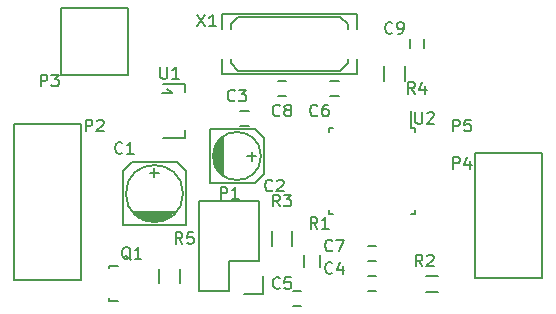
<source format=gto>
G04 #@! TF.FileFunction,Legend,Top*
%FSLAX46Y46*%
G04 Gerber Fmt 4.6, Leading zero omitted, Abs format (unit mm)*
G04 Created by KiCad (PCBNEW 0.201505222246+5678~23~ubuntu14.04.1-product) date dom 24 may 2015 19:31:24 CEST*
%MOMM*%
G01*
G04 APERTURE LIST*
%ADD10C,0.101600*%
%ADD11C,0.150000*%
%ADD12C,0.152400*%
G04 APERTURE END LIST*
D10*
D11*
X138430000Y-107696000D02*
X139827000Y-107696000D01*
X138176000Y-107569000D02*
X139954000Y-107569000D01*
X137795000Y-107442000D02*
X140335000Y-107442000D01*
X140462000Y-107315000D02*
X137668000Y-107315000D01*
X137541000Y-107188000D02*
X140589000Y-107188000D01*
X140716000Y-107061000D02*
X137414000Y-107061000D01*
X137287000Y-106934000D02*
X140843000Y-106934000D01*
X141478000Y-105410000D02*
G75*
G03X141478000Y-105410000I-2413000J0D01*
G01*
X136398000Y-108077000D02*
X136398000Y-103505000D01*
X136398000Y-103505000D02*
X137160000Y-102743000D01*
X137160000Y-102743000D02*
X140970000Y-102743000D01*
X140970000Y-102743000D02*
X141732000Y-103505000D01*
X141732000Y-103505000D02*
X141732000Y-108077000D01*
X141732000Y-108077000D02*
X136398000Y-108077000D01*
X139065000Y-103251000D02*
X139065000Y-104013000D01*
X138684000Y-103632000D02*
X139446000Y-103632000D01*
X147701000Y-102235000D02*
X146939000Y-102235000D01*
X147320000Y-101854000D02*
X147320000Y-102616000D01*
X147574000Y-104521000D02*
X143764000Y-104521000D01*
X148336000Y-100711000D02*
X148336000Y-103759000D01*
X147574000Y-104521000D02*
X148336000Y-103759000D01*
X147574000Y-99949000D02*
X143764000Y-99949000D01*
X147574000Y-99949000D02*
X148336000Y-100711000D01*
X144018000Y-102362000D02*
X144018000Y-102108000D01*
X144145000Y-101600000D02*
X144145000Y-102870000D01*
X144272000Y-103124000D02*
X144272000Y-101346000D01*
X144399000Y-103378000D02*
X144399000Y-101092000D01*
X144526000Y-100965000D02*
X144526000Y-103505000D01*
X144653000Y-103632000D02*
X144653000Y-100838000D01*
X144780000Y-100711000D02*
X144780000Y-103759000D01*
X144907000Y-100584000D02*
X144907000Y-103886000D01*
X148082000Y-102235000D02*
G75*
G03X148082000Y-102235000I-2032000J0D01*
G01*
X143764000Y-99949000D02*
X143764000Y-104521000D01*
X147035000Y-99660000D02*
X146335000Y-99660000D01*
X146335000Y-98460000D02*
X147035000Y-98460000D01*
X157130000Y-112430000D02*
X157830000Y-112430000D01*
X157830000Y-113630000D02*
X157130000Y-113630000D01*
X150780000Y-113700000D02*
X151480000Y-113700000D01*
X151480000Y-114900000D02*
X150780000Y-114900000D01*
X154655000Y-97120000D02*
X153955000Y-97120000D01*
X153955000Y-95920000D02*
X154655000Y-95920000D01*
X157130000Y-109890000D02*
X157830000Y-109890000D01*
X157830000Y-111090000D02*
X157130000Y-111090000D01*
X149510000Y-95920000D02*
X150210000Y-95920000D01*
X150210000Y-97120000D02*
X149510000Y-97120000D01*
X160690000Y-93060000D02*
X160690000Y-92360000D01*
X161890000Y-92360000D02*
X161890000Y-93060000D01*
X147955000Y-111125000D02*
X147955000Y-106045000D01*
X148235000Y-113945000D02*
X146685000Y-113945000D01*
X145415000Y-113665000D02*
X145415000Y-111125000D01*
X145415000Y-111125000D02*
X147955000Y-111125000D01*
X147955000Y-106045000D02*
X142875000Y-106045000D01*
X142875000Y-106045000D02*
X142875000Y-111125000D01*
X148235000Y-113945000D02*
X148235000Y-112395000D01*
X142875000Y-113665000D02*
X145415000Y-113665000D01*
X142875000Y-111125000D02*
X142875000Y-113665000D01*
D12*
X132840000Y-112690000D02*
X127190000Y-112690000D01*
X132840000Y-99540000D02*
X132840000Y-112690000D01*
X127190000Y-112690000D02*
X127190000Y-99540000D01*
X132840000Y-99540000D02*
X127190000Y-99540000D01*
X131150000Y-95375000D02*
X131150000Y-89725000D01*
X136800000Y-95375000D02*
X131150000Y-95375000D01*
X131150000Y-89725000D02*
X136800000Y-89725000D01*
X136800000Y-95375000D02*
X136800000Y-89725000D01*
X166245000Y-101940000D02*
X171895000Y-101940000D01*
X166245000Y-101940000D02*
X166245000Y-112590000D01*
X171895000Y-101940000D02*
X171895000Y-112590000D01*
X171895000Y-112590000D02*
X166245000Y-112590000D01*
D11*
X135940800Y-114529820D02*
X135239760Y-114529820D01*
X135239760Y-114529820D02*
X135239760Y-114280900D01*
X135239760Y-111730840D02*
X135239760Y-111530180D01*
X135239760Y-111530180D02*
X135940800Y-111530180D01*
X151725000Y-111625000D02*
X151725000Y-110625000D01*
X153075000Y-110625000D02*
X153075000Y-111625000D01*
X162060000Y-112355000D02*
X163060000Y-112355000D01*
X163060000Y-113705000D02*
X162060000Y-113705000D01*
X150735000Y-108620000D02*
X150735000Y-109820000D01*
X148985000Y-109820000D02*
X148985000Y-108620000D01*
X158510000Y-95850000D02*
X158510000Y-94650000D01*
X160260000Y-94650000D02*
X160260000Y-95850000D01*
X139460000Y-112995000D02*
X139460000Y-111795000D01*
X141210000Y-111795000D02*
X141210000Y-112995000D01*
X140134340Y-96525080D02*
X140434060Y-96774000D01*
X140434060Y-96774000D02*
X140583920Y-96875600D01*
X140583920Y-96875600D02*
X139735560Y-96875600D01*
X141635480Y-96174560D02*
X139834620Y-96174560D01*
X141635480Y-96174560D02*
X141635480Y-96824800D01*
X141635480Y-100675440D02*
X139834620Y-100675440D01*
X141635480Y-100675440D02*
X141635480Y-100025200D01*
X161105000Y-99880000D02*
X160780000Y-99880000D01*
X161105000Y-107130000D02*
X160780000Y-107130000D01*
X153855000Y-107130000D02*
X154180000Y-107130000D01*
X153855000Y-99880000D02*
X154180000Y-99880000D01*
X161105000Y-99880000D02*
X161105000Y-100205000D01*
X153855000Y-99880000D02*
X153855000Y-100205000D01*
X153855000Y-107130000D02*
X153855000Y-106805000D01*
X161105000Y-107130000D02*
X161105000Y-106805000D01*
X160780000Y-99880000D02*
X160780000Y-98455000D01*
X145542000Y-91059000D02*
X145542000Y-91440000D01*
X145542000Y-94361000D02*
X145542000Y-93980000D01*
X155448000Y-94361000D02*
X155448000Y-93980000D01*
X155448000Y-91059000D02*
X155448000Y-91440000D01*
X156210000Y-90170000D02*
X156210000Y-91440000D01*
X156210000Y-95250000D02*
X156210000Y-93980000D01*
X144780000Y-95250000D02*
X144780000Y-93980000D01*
X144780000Y-90170000D02*
X144780000Y-91440000D01*
X145542000Y-94361000D02*
X146177000Y-94996000D01*
X146177000Y-94996000D02*
X154813000Y-94996000D01*
X154813000Y-94996000D02*
X155448000Y-94361000D01*
X155448000Y-91059000D02*
X154813000Y-90424000D01*
X154813000Y-90424000D02*
X146177000Y-90424000D01*
X146177000Y-90424000D02*
X145542000Y-91059000D01*
X156210000Y-95250000D02*
X144780000Y-95250000D01*
X144780000Y-90170000D02*
X156210000Y-90170000D01*
X136358334Y-101957143D02*
X136310715Y-102004762D01*
X136167858Y-102052381D01*
X136072620Y-102052381D01*
X135929762Y-102004762D01*
X135834524Y-101909524D01*
X135786905Y-101814286D01*
X135739286Y-101623810D01*
X135739286Y-101480952D01*
X135786905Y-101290476D01*
X135834524Y-101195238D01*
X135929762Y-101100000D01*
X136072620Y-101052381D01*
X136167858Y-101052381D01*
X136310715Y-101100000D01*
X136358334Y-101147619D01*
X137310715Y-102052381D02*
X136739286Y-102052381D01*
X137025000Y-102052381D02*
X137025000Y-101052381D01*
X136929762Y-101195238D01*
X136834524Y-101290476D01*
X136739286Y-101338095D01*
X149058334Y-105132143D02*
X149010715Y-105179762D01*
X148867858Y-105227381D01*
X148772620Y-105227381D01*
X148629762Y-105179762D01*
X148534524Y-105084524D01*
X148486905Y-104989286D01*
X148439286Y-104798810D01*
X148439286Y-104655952D01*
X148486905Y-104465476D01*
X148534524Y-104370238D01*
X148629762Y-104275000D01*
X148772620Y-104227381D01*
X148867858Y-104227381D01*
X149010715Y-104275000D01*
X149058334Y-104322619D01*
X149439286Y-104322619D02*
X149486905Y-104275000D01*
X149582143Y-104227381D01*
X149820239Y-104227381D01*
X149915477Y-104275000D01*
X149963096Y-104322619D01*
X150010715Y-104417857D01*
X150010715Y-104513095D01*
X149963096Y-104655952D01*
X149391667Y-105227381D01*
X150010715Y-105227381D01*
X145883334Y-97512143D02*
X145835715Y-97559762D01*
X145692858Y-97607381D01*
X145597620Y-97607381D01*
X145454762Y-97559762D01*
X145359524Y-97464524D01*
X145311905Y-97369286D01*
X145264286Y-97178810D01*
X145264286Y-97035952D01*
X145311905Y-96845476D01*
X145359524Y-96750238D01*
X145454762Y-96655000D01*
X145597620Y-96607381D01*
X145692858Y-96607381D01*
X145835715Y-96655000D01*
X145883334Y-96702619D01*
X146216667Y-96607381D02*
X146835715Y-96607381D01*
X146502381Y-96988333D01*
X146645239Y-96988333D01*
X146740477Y-97035952D01*
X146788096Y-97083571D01*
X146835715Y-97178810D01*
X146835715Y-97416905D01*
X146788096Y-97512143D01*
X146740477Y-97559762D01*
X146645239Y-97607381D01*
X146359524Y-97607381D01*
X146264286Y-97559762D01*
X146216667Y-97512143D01*
X154138334Y-112117143D02*
X154090715Y-112164762D01*
X153947858Y-112212381D01*
X153852620Y-112212381D01*
X153709762Y-112164762D01*
X153614524Y-112069524D01*
X153566905Y-111974286D01*
X153519286Y-111783810D01*
X153519286Y-111640952D01*
X153566905Y-111450476D01*
X153614524Y-111355238D01*
X153709762Y-111260000D01*
X153852620Y-111212381D01*
X153947858Y-111212381D01*
X154090715Y-111260000D01*
X154138334Y-111307619D01*
X154995477Y-111545714D02*
X154995477Y-112212381D01*
X154757381Y-111164762D02*
X154519286Y-111879048D01*
X155138334Y-111879048D01*
X149693334Y-113387143D02*
X149645715Y-113434762D01*
X149502858Y-113482381D01*
X149407620Y-113482381D01*
X149264762Y-113434762D01*
X149169524Y-113339524D01*
X149121905Y-113244286D01*
X149074286Y-113053810D01*
X149074286Y-112910952D01*
X149121905Y-112720476D01*
X149169524Y-112625238D01*
X149264762Y-112530000D01*
X149407620Y-112482381D01*
X149502858Y-112482381D01*
X149645715Y-112530000D01*
X149693334Y-112577619D01*
X150598096Y-112482381D02*
X150121905Y-112482381D01*
X150074286Y-112958571D01*
X150121905Y-112910952D01*
X150217143Y-112863333D01*
X150455239Y-112863333D01*
X150550477Y-112910952D01*
X150598096Y-112958571D01*
X150645715Y-113053810D01*
X150645715Y-113291905D01*
X150598096Y-113387143D01*
X150550477Y-113434762D01*
X150455239Y-113482381D01*
X150217143Y-113482381D01*
X150121905Y-113434762D01*
X150074286Y-113387143D01*
X152868334Y-98782143D02*
X152820715Y-98829762D01*
X152677858Y-98877381D01*
X152582620Y-98877381D01*
X152439762Y-98829762D01*
X152344524Y-98734524D01*
X152296905Y-98639286D01*
X152249286Y-98448810D01*
X152249286Y-98305952D01*
X152296905Y-98115476D01*
X152344524Y-98020238D01*
X152439762Y-97925000D01*
X152582620Y-97877381D01*
X152677858Y-97877381D01*
X152820715Y-97925000D01*
X152868334Y-97972619D01*
X153725477Y-97877381D02*
X153535000Y-97877381D01*
X153439762Y-97925000D01*
X153392143Y-97972619D01*
X153296905Y-98115476D01*
X153249286Y-98305952D01*
X153249286Y-98686905D01*
X153296905Y-98782143D01*
X153344524Y-98829762D01*
X153439762Y-98877381D01*
X153630239Y-98877381D01*
X153725477Y-98829762D01*
X153773096Y-98782143D01*
X153820715Y-98686905D01*
X153820715Y-98448810D01*
X153773096Y-98353571D01*
X153725477Y-98305952D01*
X153630239Y-98258333D01*
X153439762Y-98258333D01*
X153344524Y-98305952D01*
X153296905Y-98353571D01*
X153249286Y-98448810D01*
X154138334Y-110212143D02*
X154090715Y-110259762D01*
X153947858Y-110307381D01*
X153852620Y-110307381D01*
X153709762Y-110259762D01*
X153614524Y-110164524D01*
X153566905Y-110069286D01*
X153519286Y-109878810D01*
X153519286Y-109735952D01*
X153566905Y-109545476D01*
X153614524Y-109450238D01*
X153709762Y-109355000D01*
X153852620Y-109307381D01*
X153947858Y-109307381D01*
X154090715Y-109355000D01*
X154138334Y-109402619D01*
X154471667Y-109307381D02*
X155138334Y-109307381D01*
X154709762Y-110307381D01*
X149693334Y-98782143D02*
X149645715Y-98829762D01*
X149502858Y-98877381D01*
X149407620Y-98877381D01*
X149264762Y-98829762D01*
X149169524Y-98734524D01*
X149121905Y-98639286D01*
X149074286Y-98448810D01*
X149074286Y-98305952D01*
X149121905Y-98115476D01*
X149169524Y-98020238D01*
X149264762Y-97925000D01*
X149407620Y-97877381D01*
X149502858Y-97877381D01*
X149645715Y-97925000D01*
X149693334Y-97972619D01*
X150264762Y-98305952D02*
X150169524Y-98258333D01*
X150121905Y-98210714D01*
X150074286Y-98115476D01*
X150074286Y-98067857D01*
X150121905Y-97972619D01*
X150169524Y-97925000D01*
X150264762Y-97877381D01*
X150455239Y-97877381D01*
X150550477Y-97925000D01*
X150598096Y-97972619D01*
X150645715Y-98067857D01*
X150645715Y-98115476D01*
X150598096Y-98210714D01*
X150550477Y-98258333D01*
X150455239Y-98305952D01*
X150264762Y-98305952D01*
X150169524Y-98353571D01*
X150121905Y-98401190D01*
X150074286Y-98496429D01*
X150074286Y-98686905D01*
X150121905Y-98782143D01*
X150169524Y-98829762D01*
X150264762Y-98877381D01*
X150455239Y-98877381D01*
X150550477Y-98829762D01*
X150598096Y-98782143D01*
X150645715Y-98686905D01*
X150645715Y-98496429D01*
X150598096Y-98401190D01*
X150550477Y-98353571D01*
X150455239Y-98305952D01*
X159218334Y-91797143D02*
X159170715Y-91844762D01*
X159027858Y-91892381D01*
X158932620Y-91892381D01*
X158789762Y-91844762D01*
X158694524Y-91749524D01*
X158646905Y-91654286D01*
X158599286Y-91463810D01*
X158599286Y-91320952D01*
X158646905Y-91130476D01*
X158694524Y-91035238D01*
X158789762Y-90940000D01*
X158932620Y-90892381D01*
X159027858Y-90892381D01*
X159170715Y-90940000D01*
X159218334Y-90987619D01*
X159694524Y-91892381D02*
X159885000Y-91892381D01*
X159980239Y-91844762D01*
X160027858Y-91797143D01*
X160123096Y-91654286D01*
X160170715Y-91463810D01*
X160170715Y-91082857D01*
X160123096Y-90987619D01*
X160075477Y-90940000D01*
X159980239Y-90892381D01*
X159789762Y-90892381D01*
X159694524Y-90940000D01*
X159646905Y-90987619D01*
X159599286Y-91082857D01*
X159599286Y-91320952D01*
X159646905Y-91416190D01*
X159694524Y-91463810D01*
X159789762Y-91511429D01*
X159980239Y-91511429D01*
X160075477Y-91463810D01*
X160123096Y-91416190D01*
X160170715Y-91320952D01*
X144676905Y-105862381D02*
X144676905Y-104862381D01*
X145057858Y-104862381D01*
X145153096Y-104910000D01*
X145200715Y-104957619D01*
X145248334Y-105052857D01*
X145248334Y-105195714D01*
X145200715Y-105290952D01*
X145153096Y-105338571D01*
X145057858Y-105386190D01*
X144676905Y-105386190D01*
X146200715Y-105862381D02*
X145629286Y-105862381D01*
X145915000Y-105862381D02*
X145915000Y-104862381D01*
X145819762Y-105005238D01*
X145724524Y-105100476D01*
X145629286Y-105148095D01*
X133246905Y-100147381D02*
X133246905Y-99147381D01*
X133627858Y-99147381D01*
X133723096Y-99195000D01*
X133770715Y-99242619D01*
X133818334Y-99337857D01*
X133818334Y-99480714D01*
X133770715Y-99575952D01*
X133723096Y-99623571D01*
X133627858Y-99671190D01*
X133246905Y-99671190D01*
X134199286Y-99242619D02*
X134246905Y-99195000D01*
X134342143Y-99147381D01*
X134580239Y-99147381D01*
X134675477Y-99195000D01*
X134723096Y-99242619D01*
X134770715Y-99337857D01*
X134770715Y-99433095D01*
X134723096Y-99575952D01*
X134151667Y-100147381D01*
X134770715Y-100147381D01*
X129436905Y-96337381D02*
X129436905Y-95337381D01*
X129817858Y-95337381D01*
X129913096Y-95385000D01*
X129960715Y-95432619D01*
X130008334Y-95527857D01*
X130008334Y-95670714D01*
X129960715Y-95765952D01*
X129913096Y-95813571D01*
X129817858Y-95861190D01*
X129436905Y-95861190D01*
X130341667Y-95337381D02*
X130960715Y-95337381D01*
X130627381Y-95718333D01*
X130770239Y-95718333D01*
X130865477Y-95765952D01*
X130913096Y-95813571D01*
X130960715Y-95908810D01*
X130960715Y-96146905D01*
X130913096Y-96242143D01*
X130865477Y-96289762D01*
X130770239Y-96337381D01*
X130484524Y-96337381D01*
X130389286Y-96289762D01*
X130341667Y-96242143D01*
X164361905Y-103322381D02*
X164361905Y-102322381D01*
X164742858Y-102322381D01*
X164838096Y-102370000D01*
X164885715Y-102417619D01*
X164933334Y-102512857D01*
X164933334Y-102655714D01*
X164885715Y-102750952D01*
X164838096Y-102798571D01*
X164742858Y-102846190D01*
X164361905Y-102846190D01*
X165790477Y-102655714D02*
X165790477Y-103322381D01*
X165552381Y-102274762D02*
X165314286Y-102989048D01*
X165933334Y-102989048D01*
X164361905Y-100147381D02*
X164361905Y-99147381D01*
X164742858Y-99147381D01*
X164838096Y-99195000D01*
X164885715Y-99242619D01*
X164933334Y-99337857D01*
X164933334Y-99480714D01*
X164885715Y-99575952D01*
X164838096Y-99623571D01*
X164742858Y-99671190D01*
X164361905Y-99671190D01*
X165838096Y-99147381D02*
X165361905Y-99147381D01*
X165314286Y-99623571D01*
X165361905Y-99575952D01*
X165457143Y-99528333D01*
X165695239Y-99528333D01*
X165790477Y-99575952D01*
X165838096Y-99623571D01*
X165885715Y-99718810D01*
X165885715Y-99956905D01*
X165838096Y-100052143D01*
X165790477Y-100099762D01*
X165695239Y-100147381D01*
X165457143Y-100147381D01*
X165361905Y-100099762D01*
X165314286Y-100052143D01*
X137064762Y-111037619D02*
X136969524Y-110990000D01*
X136874286Y-110894762D01*
X136731429Y-110751905D01*
X136636190Y-110704286D01*
X136540952Y-110704286D01*
X136588571Y-110942381D02*
X136493333Y-110894762D01*
X136398095Y-110799524D01*
X136350476Y-110609048D01*
X136350476Y-110275714D01*
X136398095Y-110085238D01*
X136493333Y-109990000D01*
X136588571Y-109942381D01*
X136779048Y-109942381D01*
X136874286Y-109990000D01*
X136969524Y-110085238D01*
X137017143Y-110275714D01*
X137017143Y-110609048D01*
X136969524Y-110799524D01*
X136874286Y-110894762D01*
X136779048Y-110942381D01*
X136588571Y-110942381D01*
X137969524Y-110942381D02*
X137398095Y-110942381D01*
X137683809Y-110942381D02*
X137683809Y-109942381D01*
X137588571Y-110085238D01*
X137493333Y-110180476D01*
X137398095Y-110228095D01*
X152868334Y-108402381D02*
X152535000Y-107926190D01*
X152296905Y-108402381D02*
X152296905Y-107402381D01*
X152677858Y-107402381D01*
X152773096Y-107450000D01*
X152820715Y-107497619D01*
X152868334Y-107592857D01*
X152868334Y-107735714D01*
X152820715Y-107830952D01*
X152773096Y-107878571D01*
X152677858Y-107926190D01*
X152296905Y-107926190D01*
X153820715Y-108402381D02*
X153249286Y-108402381D01*
X153535000Y-108402381D02*
X153535000Y-107402381D01*
X153439762Y-107545238D01*
X153344524Y-107640476D01*
X153249286Y-107688095D01*
X161758334Y-111577381D02*
X161425000Y-111101190D01*
X161186905Y-111577381D02*
X161186905Y-110577381D01*
X161567858Y-110577381D01*
X161663096Y-110625000D01*
X161710715Y-110672619D01*
X161758334Y-110767857D01*
X161758334Y-110910714D01*
X161710715Y-111005952D01*
X161663096Y-111053571D01*
X161567858Y-111101190D01*
X161186905Y-111101190D01*
X162139286Y-110672619D02*
X162186905Y-110625000D01*
X162282143Y-110577381D01*
X162520239Y-110577381D01*
X162615477Y-110625000D01*
X162663096Y-110672619D01*
X162710715Y-110767857D01*
X162710715Y-110863095D01*
X162663096Y-111005952D01*
X162091667Y-111577381D01*
X162710715Y-111577381D01*
X149693334Y-106497381D02*
X149360000Y-106021190D01*
X149121905Y-106497381D02*
X149121905Y-105497381D01*
X149502858Y-105497381D01*
X149598096Y-105545000D01*
X149645715Y-105592619D01*
X149693334Y-105687857D01*
X149693334Y-105830714D01*
X149645715Y-105925952D01*
X149598096Y-105973571D01*
X149502858Y-106021190D01*
X149121905Y-106021190D01*
X150026667Y-105497381D02*
X150645715Y-105497381D01*
X150312381Y-105878333D01*
X150455239Y-105878333D01*
X150550477Y-105925952D01*
X150598096Y-105973571D01*
X150645715Y-106068810D01*
X150645715Y-106306905D01*
X150598096Y-106402143D01*
X150550477Y-106449762D01*
X150455239Y-106497381D01*
X150169524Y-106497381D01*
X150074286Y-106449762D01*
X150026667Y-106402143D01*
X161123334Y-96972381D02*
X160790000Y-96496190D01*
X160551905Y-96972381D02*
X160551905Y-95972381D01*
X160932858Y-95972381D01*
X161028096Y-96020000D01*
X161075715Y-96067619D01*
X161123334Y-96162857D01*
X161123334Y-96305714D01*
X161075715Y-96400952D01*
X161028096Y-96448571D01*
X160932858Y-96496190D01*
X160551905Y-96496190D01*
X161980477Y-96305714D02*
X161980477Y-96972381D01*
X161742381Y-95924762D02*
X161504286Y-96639048D01*
X162123334Y-96639048D01*
X141438334Y-109672381D02*
X141105000Y-109196190D01*
X140866905Y-109672381D02*
X140866905Y-108672381D01*
X141247858Y-108672381D01*
X141343096Y-108720000D01*
X141390715Y-108767619D01*
X141438334Y-108862857D01*
X141438334Y-109005714D01*
X141390715Y-109100952D01*
X141343096Y-109148571D01*
X141247858Y-109196190D01*
X140866905Y-109196190D01*
X142343096Y-108672381D02*
X141866905Y-108672381D01*
X141819286Y-109148571D01*
X141866905Y-109100952D01*
X141962143Y-109053333D01*
X142200239Y-109053333D01*
X142295477Y-109100952D01*
X142343096Y-109148571D01*
X142390715Y-109243810D01*
X142390715Y-109481905D01*
X142343096Y-109577143D01*
X142295477Y-109624762D01*
X142200239Y-109672381D01*
X141962143Y-109672381D01*
X141866905Y-109624762D01*
X141819286Y-109577143D01*
X139573095Y-94702381D02*
X139573095Y-95511905D01*
X139620714Y-95607143D01*
X139668333Y-95654762D01*
X139763571Y-95702381D01*
X139954048Y-95702381D01*
X140049286Y-95654762D01*
X140096905Y-95607143D01*
X140144524Y-95511905D01*
X140144524Y-94702381D01*
X141144524Y-95702381D02*
X140573095Y-95702381D01*
X140858809Y-95702381D02*
X140858809Y-94702381D01*
X140763571Y-94845238D01*
X140668333Y-94940476D01*
X140573095Y-94988095D01*
X161163095Y-98512381D02*
X161163095Y-99321905D01*
X161210714Y-99417143D01*
X161258333Y-99464762D01*
X161353571Y-99512381D01*
X161544048Y-99512381D01*
X161639286Y-99464762D01*
X161686905Y-99417143D01*
X161734524Y-99321905D01*
X161734524Y-98512381D01*
X162163095Y-98607619D02*
X162210714Y-98560000D01*
X162305952Y-98512381D01*
X162544048Y-98512381D01*
X162639286Y-98560000D01*
X162686905Y-98607619D01*
X162734524Y-98702857D01*
X162734524Y-98798095D01*
X162686905Y-98940952D01*
X162115476Y-99512381D01*
X162734524Y-99512381D01*
X142700476Y-90257381D02*
X143367143Y-91257381D01*
X143367143Y-90257381D02*
X142700476Y-91257381D01*
X144271905Y-91257381D02*
X143700476Y-91257381D01*
X143986190Y-91257381D02*
X143986190Y-90257381D01*
X143890952Y-90400238D01*
X143795714Y-90495476D01*
X143700476Y-90543095D01*
M02*

</source>
